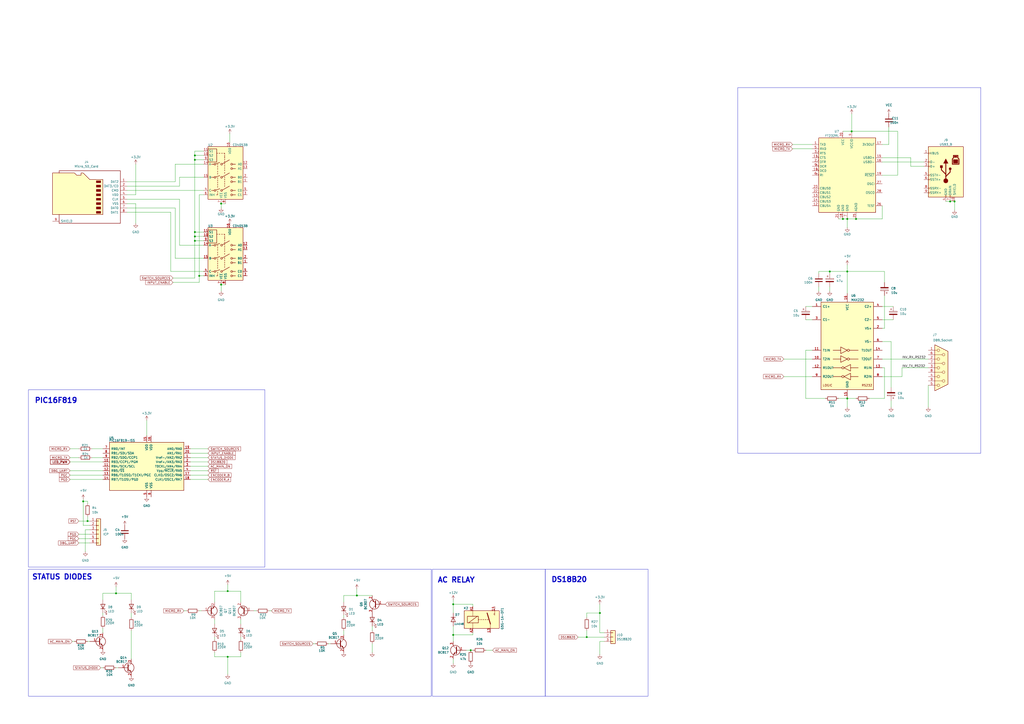
<source format=kicad_sch>
(kicad_sch (version 20231120) (generator "eeschema") (generator_version "8.0")
  (paper "A2")
  (junction (at 128.27 165.1))
  (junction (at 207.01 345.44))
  (junction (at 491.49 231.14))
  (junction (at 113.03 137.16))
  (junction (at 113.03 92.71))
  (junction (at 488.95 127))
  (junction (at 496.57 127))
  (junction (at 491.49 127))
  (junction (at 132.08 381))
  (junction (at 48.26 290.83))
  (junction (at 262.89 350.52))
  (junction (at 115.57 160.02))
  (junction (at 262.89 368.3))
  (junction (at 347.98 355.6))
  (junction (at 340.36 369.57))
  (junction (at 491.49 157.48))
  (junction (at 551.18 116.84))
  (junction (at 113.03 90.17))
  (junction (at 494.03 76.2))
  (junction (at 481.33 157.48))
  (junction (at 113.03 134.62))
  (junction (at 132.08 342.9))
  (junction (at 553.72 116.84))
  (junction (at 128.27 118.11))
  (junction (at 67.31 344.17))
  (junction (at 113.03 139.7))
  (junction (at 50.8 302.26))
  (junction (at 273.05 377.19))
  (wire (pts (xy 52.07 307.34) (xy 49.53 307.34)))
  (wire (pts (xy 106.68 354.33) (xy 107.95 354.33)))
  (wire (pts (xy 139.7 378.46) (xy 139.7 381)))
  (wire (pts (xy 113.03 92.71) (xy 113.03 134.62)))
  (wire (pts (xy 207.01 345.44) (xy 215.9 345.44)))
  (wire (pts (xy 481.33 157.48) (xy 474.98 157.48)))
  (wire (pts (xy 474.98 166.37) (xy 474.98 168.91)))
  (wire (pts (xy 139.7 342.9) (xy 139.7 349.25)))
  (wire (pts (xy 347.98 372.11) (xy 350.52 372.11)))
  (wire (pts (xy 481.33 157.48) (xy 481.33 158.75)))
  (wire (pts (xy 100.33 161.29) (xy 113.03 161.29)))
  (wire (pts (xy 45.72 302.26) (xy 50.8 302.26)))
  (wire (pts (xy 113.03 161.29) (xy 113.03 139.7)))
  (wire (pts (xy 124.46 342.9) (xy 132.08 342.9)))
  (wire (pts (xy 520.7 76.2) (xy 494.03 76.2)))
  (wire (pts (xy 513.08 157.48) (xy 513.08 163.83)))
  (wire (pts (xy 113.03 134.62) (xy 118.11 134.62)))
  (wire (pts (xy 467.36 203.2) (xy 467.36 231.14)))
  (wire (pts (xy 347.98 379.73) (xy 347.98 372.11)))
  (wire (pts (xy 516.89 198.12) (xy 511.81 198.12)))
  (wire (pts (xy 132.08 339.09) (xy 132.08 342.9)))
  (wire (pts (xy 511.81 127) (xy 511.81 119.38)))
  (wire (pts (xy 45.72 309.88) (xy 52.07 309.88)))
  (wire (pts (xy 124.46 381) (xy 124.46 378.46)))
  (wire (pts (xy 511.81 101.6) (xy 520.7 101.6)))
  (wire (pts (xy 262.89 347.98) (xy 262.89 350.52)))
  (wire (pts (xy 73.66 118.11) (xy 78.74 118.11)))
  (wire (pts (xy 511.81 208.28) (xy 538.48 208.28)))
  (wire (pts (xy 199.39 356.87) (xy 199.39 358.14)))
  (wire (pts (xy 58.42 387.35) (xy 59.69 387.35)))
  (wire (pts (xy 467.36 231.14) (xy 478.79 231.14)))
  (wire (pts (xy 48.26 289.56) (xy 48.26 290.83)))
  (wire (pts (xy 101.6 95.25) (xy 118.11 95.25)))
  (wire (pts (xy 347.98 355.6) (xy 347.98 350.52)))
  (wire (pts (xy 48.26 290.83) (xy 50.8 290.83)))
  (wire (pts (xy 262.89 368.3) (xy 262.89 372.11)))
  (wire (pts (xy 73.66 115.57) (xy 104.14 115.57)))
  (wire (pts (xy 139.7 369.57) (xy 139.7 370.84)))
  (wire (pts (xy 76.2 355.6) (xy 76.2 358.14)))
  (wire (pts (xy 491.49 157.48) (xy 491.49 170.18)))
  (wire (pts (xy 535.94 96.52) (xy 528.32 96.52)))
  (wire (pts (xy 474.98 157.48) (xy 474.98 158.75)))
  (wire (pts (xy 115.57 163.83) (xy 115.57 160.02)))
  (wire (pts (xy 340.36 365.76) (xy 340.36 369.57)))
  (wire (pts (xy 120.65 278.13) (xy 110.49 278.13)))
  (wire (pts (xy 124.46 369.57) (xy 124.46 370.84)))
  (wire (pts (xy 350.52 367.03) (xy 347.98 367.03)))
  (wire (pts (xy 467.36 177.8) (xy 471.17 177.8)))
  (wire (pts (xy 132.08 342.9) (xy 139.7 342.9)))
  (wire (pts (xy 513.08 213.36) (xy 513.08 231.14)))
  (wire (pts (xy 101.6 149.86) (xy 118.11 149.86)))
  (wire (pts (xy 110.49 260.35) (xy 120.65 260.35)))
  (wire (pts (xy 128.27 165.1) (xy 128.27 168.91)))
  (wire (pts (xy 347.98 355.6) (xy 340.36 355.6)))
  (wire (pts (xy 132.08 381) (xy 132.08 391.16)))
  (wire (pts (xy 139.7 359.41) (xy 139.7 361.95)))
  (wire (pts (xy 511.81 185.42) (xy 518.16 185.42)))
  (wire (pts (xy 133.35 77.47) (xy 133.35 82.55)))
  (wire (pts (xy 104.14 102.87) (xy 118.11 102.87)))
  (wire (pts (xy 553.72 116.84) (xy 553.72 121.92)))
  (wire (pts (xy 190.5 373.38) (xy 191.77 373.38)))
  (wire (pts (xy 551.18 116.84) (xy 548.64 116.84)))
  (wire (pts (xy 535.94 93.98) (xy 511.81 93.98)))
  (wire (pts (xy 101.6 120.65) (xy 101.6 149.86)))
  (wire (pts (xy 516.89 224.79) (xy 516.89 198.12)))
  (wire (pts (xy 67.31 387.35) (xy 68.58 387.35)))
  (wire (pts (xy 459.74 86.36) (xy 471.17 86.36)))
  (wire (pts (xy 491.49 157.48) (xy 513.08 157.48)))
  (wire (pts (xy 340.36 355.6) (xy 340.36 358.14)))
  (wire (pts (xy 128.27 118.11) (xy 128.27 120.65)))
  (wire (pts (xy 120.65 275.59) (xy 110.49 275.59)))
  (wire (pts (xy 496.57 127) (xy 491.49 127)))
  (wire (pts (xy 139.7 381) (xy 132.08 381)))
  (wire (pts (xy 459.74 83.82) (xy 471.17 83.82)))
  (wire (pts (xy 49.53 307.34) (xy 49.53 320.04)))
  (wire (pts (xy 528.32 96.52) (xy 528.32 91.44)))
  (wire (pts (xy 274.32 368.3) (xy 262.89 368.3)))
  (wire (pts (xy 207.01 341.63) (xy 207.01 345.44)))
  (wire (pts (xy 504.19 231.14) (xy 513.08 231.14)))
  (wire (pts (xy 199.39 345.44) (xy 207.01 345.44)))
  (wire (pts (xy 73.66 110.49) (xy 118.11 110.49)))
  (wire (pts (xy 115.57 354.33) (xy 116.84 354.33)))
  (wire (pts (xy 59.69 355.6) (xy 59.69 356.87)))
  (wire (pts (xy 511.81 213.36) (xy 513.08 213.36)))
  (wire (pts (xy 113.03 139.7) (xy 118.11 139.7)))
  (wire (pts (xy 99.06 123.19) (xy 99.06 157.48)))
  (wire (pts (xy 110.49 265.43) (xy 120.65 265.43)))
  (wire (pts (xy 528.32 91.44) (xy 511.81 91.44)))
  (wire (pts (xy 128.27 118.11) (xy 130.81 118.11)))
  (wire (pts (xy 99.06 157.48) (xy 118.11 157.48)))
  (wire (pts (xy 110.49 267.97) (xy 120.65 267.97)))
  (wire (pts (xy 274.32 377.19) (xy 273.05 377.19)))
  (wire (pts (xy 491.49 231.14) (xy 496.57 231.14)))
  (wire (pts (xy 486.41 231.14) (xy 491.49 231.14)))
  (wire (pts (xy 113.03 134.62) (xy 113.03 137.16)))
  (wire (pts (xy 285.75 377.19) (xy 281.94 377.19)))
  (wire (pts (xy 511.81 177.8) (xy 518.16 177.8)))
  (wire (pts (xy 538.48 213.36) (xy 523.24 213.36)))
  (wire (pts (xy 471.17 203.2) (xy 467.36 203.2)))
  (wire (pts (xy 516.89 236.22) (xy 516.89 232.41)))
  (wire (pts (xy 50.8 372.11) (xy 52.07 372.11)))
  (wire (pts (xy 101.6 105.41) (xy 101.6 95.25)))
  (wire (pts (xy 113.03 137.16) (xy 113.03 139.7)))
  (wire (pts (xy 115.57 113.03) (xy 118.11 113.03)))
  (wire (pts (xy 50.8 299.72) (xy 50.8 302.26)))
  (wire (pts (xy 67.31 344.17) (xy 76.2 344.17)))
  (wire (pts (xy 118.11 87.63) (xy 113.03 87.63)))
  (wire (pts (xy 73.66 107.95) (xy 104.14 107.95)))
  (wire (pts (xy 53.34 260.35) (xy 59.69 260.35)))
  (wire (pts (xy 100.33 163.83) (xy 115.57 163.83)))
  (wire (pts (xy 76.2 344.17) (xy 76.2 347.98)))
  (wire (pts (xy 471.17 208.28) (xy 454.66 208.28)))
  (wire (pts (xy 523.24 213.36) (xy 523.24 218.44)))
  (wire (pts (xy 488.95 127) (xy 486.41 127)))
  (wire (pts (xy 73.66 105.41) (xy 101.6 105.41)))
  (wire (pts (xy 40.64 265.43) (xy 45.72 265.43)))
  (wire (pts (xy 40.64 273.05) (xy 59.69 273.05)))
  (wire (pts (xy 67.31 340.36) (xy 67.31 344.17)))
  (wire (pts (xy 496.57 127) (xy 511.81 127)))
  (wire (pts (xy 347.98 367.03) (xy 347.98 355.6)))
  (wire (pts (xy 491.49 127) (xy 491.49 132.08)))
  (wire (pts (xy 491.49 236.22) (xy 491.49 231.14)))
  (wire (pts (xy 113.03 87.63) (xy 113.03 90.17)))
  (wire (pts (xy 76.2 365.76) (xy 76.2 382.27)))
  (wire (pts (xy 262.89 368.3) (xy 262.89 363.22)))
  (wire (pts (xy 481.33 166.37) (xy 481.33 168.91)))
  (wire (pts (xy 491.49 157.48) (xy 481.33 157.48)))
  (wire (pts (xy 115.57 113.03) (xy 115.57 160.02)))
  (wire (pts (xy 110.49 270.51) (xy 120.65 270.51)))
  (wire (pts (xy 73.66 120.65) (xy 101.6 120.65)))
  (wire (pts (xy 104.14 115.57) (xy 104.14 142.24)))
  (wire (pts (xy 262.89 384.81) (xy 262.89 382.27)))
  (wire (pts (xy 73.66 123.19) (xy 99.06 123.19)))
  (wire (pts (xy 40.64 275.59) (xy 59.69 275.59)))
  (wire (pts (xy 513.08 171.45) (xy 513.08 190.5)))
  (wire (pts (xy 132.08 381) (xy 124.46 381)))
  (wire (pts (xy 120.65 273.05) (xy 110.49 273.05)))
  (wire (pts (xy 147.32 354.33) (xy 148.59 354.33)))
  (wire (pts (xy 124.46 342.9) (xy 124.46 349.25)))
  (wire (pts (xy 199.39 345.44) (xy 199.39 349.25)))
  (wire (pts (xy 340.36 369.57) (xy 350.52 369.57)))
  (wire (pts (xy 273.05 377.19) (xy 270.51 377.19)))
  (wire (pts (xy 50.8 292.1) (xy 50.8 290.83)))
  (wire (pts (xy 199.39 365.76) (xy 199.39 368.3)))
  (wire (pts (xy 53.34 265.43) (xy 59.69 265.43)))
  (wire (pts (xy 113.03 92.71) (xy 118.11 92.71)))
  (wire (pts (xy 40.64 267.97) (xy 59.69 267.97)))
  (wire (pts (xy 50.8 302.26) (xy 52.07 302.26)))
  (wire (pts (xy 85.09 243.84) (xy 85.09 252.73)))
  (wire (pts (xy 491.49 127) (xy 488.95 127)))
  (wire (pts (xy 274.32 367.03) (xy 274.32 368.3)))
  (wire (pts (xy 45.72 312.42) (xy 52.07 312.42)))
  (wire (pts (xy 553.72 116.84) (xy 551.18 116.84)))
  (wire (pts (xy 104.14 107.95) (xy 104.14 102.87)))
  (wire (pts (xy 511.81 83.82) (xy 515.62 83.82)))
  (wire (pts (xy 262.89 350.52) (xy 274.32 350.52)))
  (wire (pts (xy 73.66 113.03) (xy 78.74 113.03)))
  (wire (pts (xy 454.66 218.44) (xy 471.17 218.44)))
  (wire (pts (xy 78.74 118.11) (xy 78.74 129.54)))
  (wire (pts (xy 215.9 363.22) (xy 215.9 365.76)))
  (wire (pts (xy 115.57 160.02) (xy 118.11 160.02)))
  (wire (pts (xy 104.14 142.24) (xy 118.11 142.24)))
  (wire (pts (xy 78.74 113.03) (xy 78.74 95.25)))
  (wire (pts (xy 113.03 90.17) (xy 118.11 90.17)))
  (wire (pts (xy 523.24 218.44) (xy 511.81 218.44)))
  (wire (pts (xy 513.08 190.5) (xy 511.81 190.5)))
  (wire (pts (xy 215.9 373.38) (xy 215.9 378.46)))
  (wire (pts (xy 40.64 278.13) (xy 59.69 278.13)))
  (wire (pts (xy 52.07 304.8) (xy 48.26 304.8)))
  (wire (pts (xy 45.72 314.96) (xy 52.07 314.96)))
  (wire (pts (xy 59.69 344.17) (xy 59.69 347.98)))
  (wire (pts (xy 494.03 76.2) (xy 488.95 76.2)))
  (wire (pts (xy 59.69 364.49) (xy 59.69 367.03)))
  (wire (pts (xy 41.91 372.11) (xy 43.18 372.11)))
  (wire (pts (xy 467.36 185.42) (xy 471.17 185.42)))
  (wire (pts (xy 262.89 355.6) (xy 262.89 350.52)))
  (wire (pts (xy 113.03 137.16) (xy 118.11 137.16)))
  (wire (pts (xy 128.27 165.1) (xy 130.81 165.1)))
  (wire (pts (xy 124.46 361.95) (xy 124.46 359.41)))
  (wire (pts (xy 491.49 153.67) (xy 491.49 157.48)))
  (wire (pts (xy 515.62 83.82) (xy 515.62 73.66)))
  (wire (pts (xy 113.03 90.17) (xy 113.03 92.71)))
  (wire (pts (xy 538.48 236.22) (xy 538.48 223.52)))
  (wire (pts (xy 59.69 344.17) (xy 67.31 344.17)))
  (wire (pts (xy 48.26 290.83) (xy 48.26 304.8)))
  (wire (pts (xy 494.03 66.04) (xy 494.03 76.2)))
  (wire (pts (xy 120.65 262.89) (xy 110.49 262.89)))
  (wire (pts (xy 520.7 101.6) (xy 520.7 76.2)))
  (wire (pts (xy 274.32 350.52) (xy 274.32 351.79)))
  (wire (pts (xy 335.28 369.57) (xy 340.36 369.57)))
  (wire (pts (xy 40.64 260.35) (xy 45.72 260.35)))
  (wire (pts (xy 157.48 354.33) (xy 156.21 354.33)))
  (wire (pts (xy 181.61 373.38) (xy 182.88 373.38)))
  (rectangle (start 316.23 330.2) (end 375.92 403.86))
  (rectangle (start 16.51 226.06) (end 153.67 328.93))
  (rectangle (start 16.51 330.2) (end 250.19 403.86))
  (rectangle (start 427.99 50.8) (end 568.96 262.89))
  (rectangle (start 250.825 330.2) (end 316.23 403.86))
  (text "PIC16F819" (at 32.512 232.41 0) (effects (font (size 3 3) (thickness 0.6) (bold yes))))
  (text "DS18B20" (at 330.2 336.296 0) (effects (font (size 3 3) (thickness 0.6) (bold yes))))
  (text "STATUS DIODES" (at 36.068 334.772 0) (effects (font (size 3 3) (thickness 0.6) (bold yes))))
  (text "AC RELAY" (at 264.668 336.55 0) (effects (font (size 3 3) (thickness 0.6) (bold yes))))
  (label "INV_TX_RS232" (at 523.24 213.36 0))
  (label "INV_RX_RS232" (at 523.24 208.28 0))
  (global_label "INPUT_ENABLE" (shape input) (at 120.65 262.89 0) (property "Intersheetrefs" "${INTERSHEET_REFS}" (effects (hide yes))))
  (global_label "AC_MAIN_ON" (shape input) (at 285.75 377.19 0) (property "Intersheetrefs" "${INTERSHEET_REFS}" (effects (hide yes))))
  (global_label "INPUT_ENABLE" (shape input) (at 100.33 163.83 180) (property "Intersheetrefs" "${INTERSHEET_REFS}" (effects (hide yes))))
  (global_label "DS18B20" (shape input) (at 335.28 369.57 180) (property "Intersheetrefs" "${INTERSHEET_REFS}" (effects (hide yes))))
  (global_label "PGC" (shape input) (at 45.72 312.42 180) (property "Intersheetrefs" "${INTERSHEET_REFS}" (effects (hide yes))))
  (global_label "LED_PWM" (shape input) (at 40.64 267.97 180) (effects (font (bold yes))) (property "Intersheetrefs" "${INTERSHEET_REFS}" (effects (hide yes))))
  (global_label "RST" (shape input) (at 45.72 302.26 180) (property "Intersheetrefs" "${INTERSHEET_REFS}" (effects (hide yes))))
  (global_label "DBG_UART" (shape input) (at 40.64 273.05 180) (property "Intersheetrefs" "${INTERSHEET_REFS}" (effects (hide yes))))
  (global_label "PGD" (shape input) (at 45.72 309.88 180) (property "Intersheetrefs" "${INTERSHEET_REFS}" (effects (hide yes))))
  (global_label "MICRO_RX" (shape input) (at 40.64 260.35 180) (property "Intersheetrefs" "${INTERSHEET_REFS}" (effects (hide yes))))
  (global_label "STATUS_DIODE" (shape input) (at 58.42 387.35 180) (property "Intersheetrefs" "${INTERSHEET_REFS}" (effects (hide yes))))
  (global_label "AC_MAIN_ON" (shape input) (at 41.91 372.11 180) (property "Intersheetrefs" "${INTERSHEET_REFS}" (effects (hide yes))))
  (global_label "ENCODER_A" (shape input) (at 120.65 278.13 0) (property "Intersheetrefs" "${INTERSHEET_REFS}" (effects (hide yes))))
  (global_label "ENCODER_B" (shape input) (at 120.65 275.59 0) (property "Intersheetrefs" "${INTERSHEET_REFS}" (effects (hide yes))))
  (global_label "MICRO_TX" (shape input) (at 454.66 208.28 180) (property "Intersheetrefs" "${INTERSHEET_REFS}" (effects (hide yes))))
  (global_label "DS18B20" (shape input) (at 120.65 267.97 0) (property "Intersheetrefs" "${INTERSHEET_REFS}" (effects (hide yes))))
  (global_label "SWITCH_SOURCES" (shape input) (at 120.65 260.35 0) (property "Intersheetrefs" "${INTERSHEET_REFS}" (effects (hide yes))))
  (global_label "SWITCH_SOURCES" (shape input) (at 181.61 373.38 180) (property "Intersheetrefs" "${INTERSHEET_REFS}" (effects (hide yes))))
  (global_label "SWITCH_SOURCES" (shape input) (at 100.33 161.29 180) (property "Intersheetrefs" "${INTERSHEET_REFS}" (effects (hide yes))))
  (global_label "MICRO_RX" (shape input) (at 459.74 83.82 180) (property "Intersheetrefs" "${INTERSHEET_REFS}" (effects (hide yes))))
  (global_label "STATUS_DIODE" (shape input) (at 120.65 265.43 0) (property "Intersheetrefs" "${INTERSHEET_REFS}" (effects (hide yes))))
  (global_label "PGC" (shape input) (at 40.64 275.59 180) (property "Intersheetrefs" "${INTERSHEET_REFS}" (effects (hide yes))))
  (global_label "MICRO_TX" (shape input) (at 40.64 265.43 180) (property "Intersheetrefs" "${INTERSHEET_REFS}" (effects (hide yes))))
  (global_label "MICRO_RX" (shape input) (at 106.68 354.33 180) (property "Intersheetrefs" "${INTERSHEET_REFS}" (effects (hide yes))))
  (global_label "MICRO_RX" (shape input) (at 454.66 218.44 180) (property "Intersheetrefs" "${INTERSHEET_REFS}" (effects (hide yes))))
  (global_label "MICRO_TX" (shape input) (at 459.74 86.36 180) (property "Intersheetrefs" "${INTERSHEET_REFS}" (effects (hide yes))))
  (global_label "MICRO_TX" (shape input) (at 157.48 354.33 0) (property "Intersheetrefs" "${INTERSHEET_REFS}" (effects (hide yes))))
  (global_label "SWITCH_SOURCES" (shape input) (at 223.52 350.52 0) (property "Intersheetrefs" "${INTERSHEET_REFS}" (effects (hide yes))))
  (global_label "PGD" (shape input) (at 40.64 278.13 180) (property "Intersheetrefs" "${INTERSHEET_REFS}" (effects (hide yes))))
  (global_label "DBG_UART" (shape input) (at 45.72 314.96 180) (property "Intersheetrefs" "${INTERSHEET_REFS}" (effects (hide yes))))
  (global_label "AC_MAIN_ON" (shape input) (at 120.65 270.51 0) (property "Intersheetrefs" "${INTERSHEET_REFS}" (effects (hide yes))))
  (global_label "RST" (shape input) (at 120.65 273.05 0) (property "Intersheetrefs" "${INTERSHEET_REFS}" (effects (hide yes))))
  (symbol (lib_id "power:GND") (at 199.39 378.46 0) (unit 1)
    (property "Reference" "#PWR034" (effects (hide yes)))
    (property "Value" "GND" (effects (hide yes)))
    (property "Description" "Power symbol creates a global label with name \"GND\" , ground" (effects (hide yes)))
  )
  (symbol (lib_id "power:+5V") (at 207.01 341.63 0) (unit 1)
    (property "Reference" "#PWR035" (effects (hide yes)))
    (property "Value" "+5V" (at 207.01 336.55 0))
    (property "Description" "Power symbol creates a global label with name \"+5V\"" (effects (hide yes)))
  )
  (symbol (lib_id "Device:C_Polarized") (at 481.33 162.56 0) (unit 1)
    (property "Reference" "C7" (at 485.14 160.4009 0) (effects (justify left)))
    (property "Value" "47u" (at 485.14 162.9409 0) (effects (justify left)))
    (property "Footprint" "Capacitor_THT:CP_Radial_D5.0mm_P2.00mm" (effects (hide yes)))
    (property "Description" "Polarized capacitor" (effects (hide yes)))
  )
  (symbol (lib_id "Device:C_Polarized") (at 516.89 228.6 180) (unit 1)
    (property "Reference" "C9" (at 520.7 228.2189 0) (effects (justify right)))
    (property "Value" "10u" (at 520.7 230.7589 0) (effects (justify right)))
    (property "Footprint" "Capacitor_THT:CP_Radial_D5.0mm_P2.00mm" (effects (hide yes)))
    (property "Description" "Polarized capacitor" (effects (hide yes)))
  )
  (symbol (lib_id "Device:C") (at 474.98 162.56 180) (unit 1)
    (property "Reference" "C6" (at 471.424 161.544 0) (effects (justify left)))
    (property "Value" "100n" (at 471.424 163.83 0) (effects (justify left)))
    (property "Footprint" "Capacitor_SMD:C_0805_2012Metric" (effects (hide yes)))
    (property "Description" "Unpolarized capacitor" (effects (hide yes)))
  )
  (symbol (lib_id "power:GND") (at 516.89 236.22 0) (unit 1)
    (property "Reference" "#PWR043" (effects (hide yes)))
    (property "Value" "GND" (at 516.89 241.3 0))
    (property "Description" "Power symbol creates a global label with name \"GND\" , ground" (effects (hide yes)))
  )
  (symbol (lib_id "Device:R") (at 76.2 361.95 180) (unit 1)
    (property "Reference" "R31" (at 77.724 360.934 0) (effects (justify right)))
    (property "Value" "220R" (at 77.724 362.712 0) (effects (justify right)))
    (property "Footprint" "Resistor_SMD:R_0805_2012Metric_Pad1.20x1.40mm_HandSolder" (effects (hide yes)))
    (property "Description" "Resistor" (effects (hide yes)))
  )
  (symbol (lib_id "Device:R") (at 215.9 369.57 180) (unit 1)
    (property "Reference" "R8" (at 217.424 368.554 0) (effects (justify right)))
    (property "Value" "220R" (at 217.424 370.332 0) (effects (justify right)))
    (property "Footprint" "Resistor_SMD:R_0805_2012Metric_Pad1.20x1.40mm_HandSolder" (effects (hide yes)))
    (property "Description" "Resistor" (effects (hide yes)))
  )
  (symbol (lib_id "Device:R") (at 46.99 372.11 270) (unit 1)
    (property "Reference" "R28" (at 48.768 374.396 90) (effects (justify right)))
    (property "Value" "10K" (at 49.022 376.174 90) (effects (justify right)))
    (property "Footprint" "Resistor_SMD:R_0805_2012Metric_Pad1.20x1.40mm_HandSolder" (effects (hide yes)))
    (property "Description" "Resistor" (effects (hide yes)))
  )
  (symbol (lib_id "power:+5V") (at 491.49 153.67 0) (unit 1)
    (property "Reference" "#PWR041" (effects (hide yes)))
    (property "Value" "+5V" (at 491.49 148.59 0))
    (property "Description" "Power symbol creates a global label with name \"+5V\"" (effects (hide yes)))
  )
  (symbol (lib_id "Transistor_BJT:BC817") (at 196.85 373.38 0) (unit 1)
    (property "Reference" "Q5" (at 192.786 367.538 0) (effects (justify left)))
    (property "Value" "BC817" (at 190.5 369.824 0) (effects (justify left)))
    (property "Footprint" "Package_TO_SOT_SMD:SOT-23" (effects (hide yes)))
    (property "Datasheet" "http://www.fairchildsemi.com/ds/BC/BC817.pdf" (effects (hide yes)))
  )
  (symbol (lib_id "power:+3.3V") (at 85.09 243.84 0) (unit 1)
    (property "Reference" "#PWR06" (effects (hide yes)))
    (property "Value" "+3.3V" (at 85.09 239.7069 0))
    (property "Description" "Power symbol creates a global label with name \"+3.3V\"" (effects (hide yes)))
  )
  (symbol (lib_id "power:+3.3V") (at 133.35 129.54 0) (unit 1)
    (property "Reference" "#PWR029" (effects (hide yes)))
    (property "Value" "+3.3V" (at 133.35 125.4069 0))
    (property "Description" "Power symbol creates a global label with name \"+3.3V\"" (effects (hide yes)))
  )
  (symbol (lib_id "Device:R") (at 139.7 374.65 180) (unit 1)
    (property "Reference" "R22" (at 141.224 373.634 0) (effects (justify right)))
    (property "Value" "220R" (at 141.224 375.412 0) (effects (justify right)))
    (property "Footprint" "Resistor_SMD:R_0805_2012Metric_Pad1.20x1.40mm_HandSolder" (effects (hide yes)))
    (property "Description" "Resistor" (effects (hide yes)))
  )
  (symbol (lib_id "Device:R") (at 63.5 387.35 270) (unit 1)
    (property "Reference" "R30" (at 65.278 389.382 90) (effects (justify right)))
    (property "Value" "10K" (at 65.532 391.414 90) (effects (justify right)))
    (property "Footprint" "Resistor_SMD:R_0805_2012Metric_Pad1.20x1.40mm_HandSolder" (effects (hide yes)))
    (property "Description" "Resistor" (effects (hide yes)))
  )
  (symbol (lib_id "power:GND") (at 132.08 391.16 0) (unit 1)
    (property "Reference" "#PWR037" (effects (hide yes)))
    (property "Value" "GND" (at 132.08 396.24 0))
    (property "Description" "Power symbol creates a global label with name \"GND\" , ground" (effects (hide yes)))
  )
  (symbol (lib_id "power:+3.3V") (at 78.74 95.25 0) (unit 1)
    (property "Reference" "#PWR07" (effects (hide yes)))
    (property "Value" "+3.3V" (at 78.74 91.1169 0))
    (property "Description" "Power symbol creates a global label with name \"+3.3V\"" (effects (hide yes)))
  )
  (symbol (lib_id "power:+3.3V") (at 133.35 77.47 0) (unit 1)
    (property "Reference" "#PWR03" (effects (hide yes)))
    (property "Value" "+3.3V" (at 133.35 73.3369 0))
    (property "Description" "Power symbol creates a global label with name \"+3.3V\"" (effects (hide yes)))
  )
  (symbol (lib_id "Device:R") (at 482.6 231.14 90) (unit 1)
    (property "Reference" "R11" (at 482.6 233.426 90))
    (property "Value" "1k" (at 482.6 235.458 90))
    (property "Footprint" "Resistor_SMD:R_0805_2012Metric_Pad1.20x1.40mm_HandSolder" (effects (hide yes)))
    (property "Description" "Resistor" (effects (hide yes)))
  )
  (symbol (lib_id "Device:R") (at 49.53 260.35 90) (unit 1)
    (property "Reference" "R21" (at 49.276 258.318 90))
    (property "Value" "1k" (at 49.53 260.35 90))
    (property "Footprint" "Resistor_SMD:R_0805_2012Metric_Pad1.20x1.40mm_HandSolder" (effects (hide yes)))
    (property "Description" "Resistor" (effects (hide yes)))
  )
  (symbol (lib_id "power:GND") (at 553.72 121.92 0) (unit 1)
    (property "Reference" "#PWR047" (effects (hide yes)))
    (property "Value" "GND" (at 553.72 125.73 0))
    (property "Description" "Power symbol creates a global label with name \"GND\" , ground" (effects (hide yes)))
  )
  (symbol (lib_id "Device:R") (at 340.36 361.95 0) (unit 1)
    (property "Reference" "R27" (at 342.9 360.6799 0) (effects (justify left)))
    (property "Value" "10k" (at 342.9 363.2199 0) (effects (justify left)))
    (property "Footprint" "Resistor_SMD:R_0805_2012Metric_Pad1.20x1.40mm_HandSolder" (effects (hide yes)))
    (property "Description" "Resistor" (effects (hide yes)))
  )
  (symbol (lib_id "power:GND") (at 78.74 129.54 0) (mirror y) (unit 1)
    (property "Reference" "#PWR02" (effects (hide yes)))
    (property "Value" "GND" (at 78.74 134.62 0))
    (property "Description" "Power symbol creates a global label with name \"GND\" , ground" (effects (hide yes)))
  )
  (symbol (lib_id "power:GND") (at 491.49 236.22 0) (unit 1)
    (property "Reference" "#PWR042" (effects (hide yes)))
    (property "Value" "GND" (at 491.49 241.3 0))
    (property "Description" "Power symbol creates a global label with name \"GND\" , ground" (effects (hide yes)))
  )
  (symbol (lib_id "power:GND") (at 59.69 377.19 0) (unit 1)
    (property "Reference" "#PWR053" (effects (hide yes)))
    (property "Value" "GND" (at 59.69 382.27 0))
    (property "Description" "Power symbol creates a global label with name \"GND\" , ground" (effects (hide yes)))
  )
  (symbol (lib_id "Device:R") (at 50.8 295.91 0) (unit 1)
    (property "Reference" "R4" (at 53.34 294.6399 0) (effects (justify left)))
    (property "Value" "10k" (at 53.34 297.1799 0) (effects (justify left)))
    (property "Footprint" "Resistor_SMD:R_0805_2012Metric_Pad1.20x1.40mm_HandSolder" (effects (hide yes)))
    (property "Description" "Resistor" (effects (hide yes)))
  )
  (symbol (lib_id "power:GND") (at 474.98 168.91 0) (unit 1)
    (property "Reference" "#PWR039" (effects (hide yes)))
    (property "Value" "GND" (at 474.98 173.99 0))
    (property "Description" "Power symbol creates a global label with name \"GND\" , ground" (effects (hide yes)))
  )
  (symbol (lib_id "Device:LED") (at 139.7 365.76 90) (unit 1)
    (property "Reference" "D6" (at 142.621 366.1353 90) (effects (justify right)))
    (property "Value" "LED" (at 142.621 368.5596 90) (effects (justify right)))
    (property "Footprint" "LED_SMD:LED_PLCC-2_3.4x3.0mm_KA" (effects (hide yes)))
    (property "Description" "Light emitting diode" (effects (hide yes)))
  )
  (symbol (lib_id "Device:C_Polarized") (at 467.36 181.61 0) (unit 1)
    (property "Reference" "C5" (at 460.248 180.34 0) (effects (justify left)))
    (property "Value" "10u" (at 459.994 182.88 0) (effects (justify left)))
    (property "Footprint" "Capacitor_THT:CP_Radial_D5.0mm_P2.00mm" (effects (hide yes)))
    (property "Description" "Polarized capacitor" (effects (hide yes)))
  )
  (symbol (lib_id "Transistor_BJT:BC817") (at 57.15 372.11 0) (unit 1)
    (property "Reference" "Q13" (at 53.086 366.268 0) (effects (justify left)))
    (property "Value" "BC817" (at 50.8 368.554 0) (effects (justify left)))
    (property "Footprint" "Package_TO_SOT_SMD:SOT-23" (effects (hide yes)))
    (property "Datasheet" "http://www.fairchildsemi.com/ds/BC/BC817.pdf" (effects (hide yes)))
  )
  (symbol (lib_id "Device:R") (at 273.05 381 0) (mirror x) (unit 1)
    (property "Reference" "R25" (at 270.51 379.7299 0) (effects (justify right)))
    (property "Value" "47k" (at 270.51 382.2699 0) (effects (justify right)))
    (property "Footprint" "Resistor_SMD:R_0805_2012Metric_Pad1.20x1.40mm_HandSolder" (effects (hide yes)))
    (property "Description" "Resistor" (effects (hide yes)))
  )
  (symbol (lib_id "Interface_USB:FT232RL") (at 491.49 101.6 0) (mirror y) (unit 1)
    (property "Reference" "U7" (at 486.7559 76.2 0) (effects (justify left)))
    (property "Value" "FT232RL" (at 486.7559 78.74 0) (effects (justify left)))
    (property "Footprint" "Package_SO:SSOP-28_5.3x10.2mm_P0.65mm" (effects (hide yes)))
    (property "Datasheet" "https://www.ftdichip.com/Support/Documents/DataSheets/ICs/DS_FT232R.pdf" (effects (hide yes)))
    (property "Description" "USB to Serial Interface, SSOP-28" (effects (hide yes)))
  )
  (symbol (lib_id "Device:LED") (at 59.69 351.79 90) (unit 1)
    (property "Reference" "D8" (at 62.611 352.1653 90) (effects (justify right)))
    (property "Value" "LED" (at 62.611 354.5896 90) (effects (justify right)))
    (property "Footprint" "LED_SMD:LED_PLCC-2_3.4x3.0mm_KA" (effects (hide yes)))
    (property "Description" "Light emitting diode" (effects (hide yes)))
  )
  (symbol (lib_id "power:+5V") (at 48.26 289.56 0) (unit 1)
    (property "Reference" "#PWR030" (effects (hide yes)))
    (property "Value" "+5V" (at 48.26 284.48 0))
    (property "Description" "Power symbol creates a global label with name \"+5V\"" (effects (hide yes)))
  )
  (symbol (lib_id "Transistor_BJT:BC817") (at 265.43 377.19 0) (mirror y) (unit 1)
    (property "Reference" "Q12" (at 260.35 375.9199 0) (effects (justify left)))
    (property "Value" "BC817" (at 260.35 378.4599 0) (effects (justify left)))
    (property "Footprint" "Package_TO_SOT_SMD:SOT-23" (effects (hide yes)))
    (property "Datasheet" "https://www.onsemi.com/pub/Collateral/BC818-D.pdf" (effects (hide yes)))
    (property "Description" "0.8A Ic, 45V Vce, NPN Transistor, SOT-23" (effects (hide yes)))
  )
  (symbol (lib_id "Diode:LL4148") (at 262.89 359.41 270) (unit 1)
    (property "Reference" "D7" (at 263.906 356.616 90) (effects (justify left)))
    (property "Value" "LL4148" (at 263.398 361.95 90) (effects (font (size 1.016 1.016)) (justify left)))
    (property "Footprint" "Diode_SMD:D_MiniMELF" (effects (hide yes)))
    (property "Datasheet" "http://www.vishay.com/docs/85557/ll4148.pdf" (effects (hide yes)))
    (property "Description" "100V 0.15A standard switching diode, MiniMELF" (effects (hide yes)))
    (property "Sim.Device" "D" (effects (hide yes)))
    (property "Sim.Pins" "1=K 2=A" (effects (hide yes)))
  )
  (symbol (lib_id "Device:R") (at 49.53 265.43 90) (unit 1)
    (property "Reference" "R24" (at 49.53 263.398 90))
    (property "Value" "1k" (at 49.784 265.43 90))
    (property "Footprint" "Resistor_SMD:R_0805_2012Metric_Pad1.20x1.40mm_HandSolder" (effects (hide yes)))
    (property "Description" "Resistor" (effects (hide yes)))
  )
  (symbol (lib_id "Relay:Relay_SPST-NO") (at 279.4 359.41 0) (unit 1)
    (property "Reference" "K2" (at 268.986 352.806 0) (effects (justify left)))
    (property "Value" "G5G-1A-DT1" (at 291.338 365.252 90) (effects (justify left)))
    (property "Footprint" "My-Footprints:G5G-1A-DT1" (effects (hide yes)))
    (property "Description" "Relay SPST, Normally Open, EN50005" (effects (hide yes)))
  )
  (symbol (lib_id "power:GND") (at 85.09 288.29 0) (mirror y) (unit 1)
    (property "Reference" "#PWR028" (effects (hide yes)))
    (property "Value" "GND" (at 85.09 293.37 0))
    (property "Description" "Power symbol creates a global label with name \"GND\" , ground" (effects (hide yes)))
  )
  (symbol (lib_id "Interface_UART:MAX232") (at 491.49 200.66 0) (unit 1)
    (property "Reference" "U6" (at 493.6841 171.45 0) (effects (justify left)))
    (property "Value" "MAX232" (at 493.6841 173.99 0) (effects (justify left)))
    (property "Footprint" "Package_SO:SOIC-16W_5.3x10.2mm_P1.27mm" (effects (hide yes)))
    (property "Datasheet" "http://www.ti.com/lit/ds/symlink/max232.pdf" (effects (hide yes)))
    (property "Description" "Dual RS232 driver/receiver, 5V supply, 120kb/s, 0C-70C" (effects (hide yes)))
  )
  (symbol (lib_id "Transistor_BJT:BC807") (at 142.24 354.33 180) (unit 1)
    (property "Reference" "Q11" (at 133.35 354.33 90))
    (property "Value" "BC807" (at 135.89 354.33 90))
    (property "Footprint" "Package_TO_SOT_SMD:SOT-23" (effects (hide yes)))
    (property "Datasheet" "https://www.onsemi.com/pub/Collateral/BC808-D.pdf" (effects (hide yes)))
    (property "Description" "0.8A Ic, 45V Vce, PNP Transistor, SOT-23" (effects (hide yes)))
  )
  (symbol (lib_id "Device:R") (at 186.69 373.38 270) (unit 1)
    (property "Reference" "R5" (at 188.468 375.666 90) (effects (justify right)))
    (property "Value" "10K" (at 188.722 377.444 90) (effects (justify right)))
    (property "Footprint" "Resistor_SMD:R_0805_2012Metric_Pad1.20x1.40mm_HandSolder" (effects (hide yes)))
    (property "Description" "Resistor" (effects (hide yes)))
  )
  (symbol (lib_id "power:GND") (at 49.53 320.04 0) (unit 1)
    (property "Reference" "#PWR031" (effects (hide yes)))
    (property "Value" "GND" (at 49.53 325.12 0))
    (property "Description" "Power symbol creates a global label with name \"GND\" , ground" (effects (hide yes)))
  )
  (symbol (lib_id "Device:R") (at 124.46 374.65 180) (unit 1)
    (property "Reference" "R10" (at 125.984 373.634 0) (effects (justify right)))
    (property "Value" "220R" (at 125.984 375.412 0) (effects (justify right)))
    (property "Footprint" "Resistor_SMD:R_0805_2012Metric_Pad1.20x1.40mm_HandSolder" (effects (hide yes)))
    (property "Description" "Resistor" (effects (hide yes)))
  )
  (symbol (lib_id "Connector:Micro_SD_Card") (at 50.8 113.03 0) (mirror y) (unit 1)
    (property "Reference" "J4" (at 50.165 93.98 0))
    (property "Value" "Micro_SD_Card" (at 50.165 96.52 0))
    (property "Datasheet" "http://katalog.we-online.de/em/datasheet/693072010801.pdf" (effects (hide yes)))
    (property "Description" "Micro SD Card Socket" (effects (hide yes)))
  )
  (symbol (lib_id "Device:R") (at 199.39 361.95 180) (unit 1)
    (property "Reference" "R6" (at 200.914 360.934 0) (effects (justify right)))
    (property "Value" "220R" (at 200.914 362.712 0) (effects (justify right)))
    (property "Footprint" "Resistor_SMD:R_0805_2012Metric_Pad1.20x1.40mm_HandSolder" (effects (hide yes)))
    (property "Description" "Resistor" (effects (hide yes)))
  )
  (symbol (lib_id "power:+5V") (at 72.39 304.8 0) (unit 1)
    (property "Reference" "#PWR032" (effects (hide yes)))
    (property "Value" "+5V" (at 72.39 299.72 0))
    (property "Description" "Power symbol creates a global label with name \"+5V\"" (effects (hide yes)))
  )
  (symbol (lib_id "Transistor_BJT:BC817") (at 73.66 387.35 0) (unit 1)
    (property "Reference" "Q14" (at 69.596 381.508 0) (effects (justify left)))
    (property "Value" "BC817" (at 67.31 383.794 0) (effects (justify left)))
    (property "Footprint" "Package_TO_SOT_SMD:SOT-23" (effects (hide yes)))
    (property "Datasheet" "http://www.fairchildsemi.com/ds/BC/BC817.pdf" (effects (hide yes)))
  )
  (symbol (lib_id "power:+5V") (at 132.08 339.09 0) (unit 1)
    (property "Reference" "#PWR038" (effects (hide yes)))
    (property "Value" "+5V" (at 132.08 334.01 0))
    (property "Description" "Power symbol creates a global label with name \"+5V\"" (effects (hide yes)))
  )
  (symbol (lib_id "Connector:DE9_Receptacle") (at 546.1 213.36 0) (unit 1)
    (property "Reference" "J7" (at 541.02 194.31 0) (effects (justify left)))
    (property "Value" "DB9_Socket" (at 541.274 197.358 0) (effects (justify left)))
    (property "Footprint" "My-Footprints-connectors:DSUB-9_Female_Horizontal_P2.77x2.84mm_EdgePinOffset7.70mm_Housed_MountingHolesOffset9.12mm" (effects (hide yes)))
    (property "Datasheet" " ~" (effects (hide yes)))
    (property "Description" "9-pin female receptacle socket D-SUB connector" (effects (hide yes)))
  )
  (symbol (lib_id "Connector_Generic:Conn_01x06") (at 57.15 307.34 0) (unit 1)
    (property "Reference" "J5" (at 59.69 307.3399 0) (effects (justify left)))
    (property "Value" "ICP" (at 59.69 309.8799 0) (effects (justify left)))
    (property "Footprint" "Connector_PinHeader_2.54mm:PinHeader_1x06_P2.54mm_Vertical" (effects (hide yes)))
    (property "Description" "Generic connector, single row, 01x06, script generated (kicad-library-utils/schlib/autogen/connector/)" (effects (hide yes)))
  )
  (symbol (lib_id "power:+12V") (at 262.89 347.98 0) (unit 1)
    (property "Reference" "#PWR056" (effects (hide yes)))
    (property "Value" "+12V" (at 262.89 343.8469 0))
    (property "Description" "Power symbol creates a global label with name \"+12V\"" (effects (hide yes)))
  )
  (symbol (lib_id "power:GND") (at 481.33 168.91 0) (unit 1)
    (property "Reference" "#PWR040" (effects (hide yes)))
    (property "Value" "GND" (at 481.33 173.99 0))
    (property "Description" "Power symbol creates a global label with name \"GND\" , ground" (effects (hide yes)))
  )
  (symbol (lib_id "power:+5V") (at 67.31 340.36 0) (unit 1)
    (property "Reference" "#PWR054" (effects (hide yes)))
    (property "Value" "+5V" (at 67.31 335.28 0))
    (property "Description" "Power symbol creates a global label with name \"+5V\"" (effects (hide yes)))
  )
  (symbol (lib_id "power:VCC") (at 515.62 66.04 0) (unit 1)
    (property "Reference" "#PWR048" (effects (hide yes)))
    (property "Value" "VCC" (at 515.62 60.96 0))
    (property "Description" "Power symbol creates a global label with name \"VCC\"" (effects (hide yes)))
  )
  (symbol (lib_id "Analog_Switch:CD4053B") (at 130.81 147.32 0) (unit 1)
    (property "Reference" "U3" (at 120.65 131.064 0) (effects (justify left)))
    (property "Value" "CD4053B" (at 134.874 131.064 0) (effects (justify left)))
    (property "Datasheet" "http://www.ti.com/lit/ds/symlink/cd4052b.pdf" (effects (hide yes)))
    (property "Description" "CMOS triple 2-channel analog multiplexer/demultiplexer, TSSOP-16/DIP-16/SOIC-16" (effects (hide yes)))
  )
  (symbol (lib_id "power:GND") (at 273.05 384.81 0) (mirror y) (unit 1)
    (property "Reference" "#PWR051" (effects (hide yes)))
    (property "Value" "GND" (at 273.05 389.89 0))
    (property "Description" "Power symbol creates a global label with name \"GND\" , ground" (effects (hide yes)))
  )
  (symbol (lib_id "Device:LED") (at 76.2 351.79 90) (unit 1)
    (property "Reference" "D9" (at 79.121 352.1653 90) (effects (justify right)))
    (property "Value" "LED" (at 79.121 354.5896 90) (effects (justify right)))
    (property "Footprint" "LED_SMD:LED_PLCC-2_3.4x3.0mm_KA" (effects (hide yes)))
    (property "Description" "Light emitting diode" (effects (hide yes)))
  )
  (symbol (lib_id "Transistor_BJT:BC807") (at 218.44 350.52 180) (unit 1)
    (property "Reference" "Q6" (at 209.55 350.52 90))
    (property "Value" "BC807" (at 212.09 350.52 90))
    (property "Footprint" "Package_TO_SOT_SMD:SOT-23" (effects (hide yes)))
    (property "Datasheet" "https://www.onsemi.com/pub/Collateral/BC808-D.pdf" (effects (hide yes)))
    (property "Description" "0.8A Ic, 45V Vce, PNP Transistor, SOT-23" (effects (hide yes)))
  )
  (symbol (lib_id "power:GND") (at 72.39 312.42 0) (unit 1)
    (property "Reference" "#PWR033" (effects (hide yes)))
    (property "Value" "GND" (at 72.39 317.5 0))
    (property "Description" "Power symbol creates a global label with name \"GND\" , ground" (effects (hide yes)))
  )
  (symbol (lib_id "Analog_Switch:CD4053B") (at 130.81 100.33 0) (unit 1)
    (property "Reference" "U2" (at 120.65 84.074 0) (effects (justify left)))
    (property "Value" "CD4053B" (at 134.874 84.074 0) (effects (justify left)))
    (property "Datasheet" "http://www.ti.com/lit/ds/symlink/cd4052b.pdf" (effects (hide yes)))
    (property "Description" "CMOS triple 2-channel analog multiplexer/demultiplexer, TSSOP-16/DIP-16/SOIC-16" (effects (hide yes)))
  )
  (symbol (lib_id "power:GND") (at 538.48 236.22 0) (unit 1)
    (property "Reference" "#PWR044" (effects (hide yes)))
    (property "Value" "GND" (at 538.48 241.3 0))
    (property "Description" "Power symbol creates a global label with name \"GND\" , ground" (effects (hide yes)))
  )
  (symbol (lib_id "Device:R") (at 111.76 354.33 270) (unit 1)
    (property "Reference" "R9" (at 113.538 356.616 90) (effects (justify right)))
    (property "Value" "10K" (at 113.792 358.394 90) (effects (justify right)))
    (property "Footprint" "Resistor_SMD:R_0805_2012Metric_Pad1.20x1.40mm_HandSolder" (effects (hide yes)))
    (property "Description" "Resistor" (effects (hide yes)))
  )
  (symbol (lib_id "Device:R") (at 152.4 354.33 90) (mirror x) (unit 1)
    (property "Reference" "R23" (at 150.622 356.616 90) (effects (justify right)))
    (property "Value" "10K" (at 150.368 358.394 90) (effects (justify right)))
    (property "Footprint" "Resistor_SMD:R_0805_2012Metric_Pad1.20x1.40mm_HandSolder" (effects (hide yes)))
    (property "Description" "Resistor" (effects (hide yes)))
  )
  (symbol (lib_id "MCU_Microchip_PIC16:PIC16F819-ISS") (at 85.09 270.51 0) (unit 1)
    (property "Reference" "U5" (at 63.246 254 0) (effects (justify left)))
    (property "Value" "PIC16F819-ISS" (at 63.246 255.524 0) (effects (justify left)))
    (property "Datasheet" "http://ww1.microchip.com/downloads/en/DeviceDoc/39598F.pdf" (effects (hide yes)))
    (property "Description" "PIC16F819, 3584B Flash, 256B SRAM, 256B EEPROM, ADC, SSSOP20" (effects (hide yes)))
  )
  (symbol (lib_id "Connector:USB3_B") (at 548.64 99.06 0) (mirror y) (unit 1)
    (property "Reference" "J9" (at 548.64 81.28 0))
    (property "Value" "USB3_B" (at 548.64 83.82 0))
    (property "Description" "USB 3.0 B connector" (effects (hide yes)))
  )
  (symbol (lib_id "power:+3.3V") (at 494.03 66.04 0) (mirror y) (unit 1)
    (property "Reference" "#PWR049" (effects (hide yes)))
    (property "Value" "+3.3V" (at 494.03 61.9069 0))
    (property "Description" "Power symbol creates a global label with name \"+3.3V\"" (effects (hide yes)))
  )
  (symbol (lib_id "Device:R") (at 278.13 377.19 90) (mirror x) (unit 1)
    (property "Reference" "R26" (at 278.13 370.84 90))
    (property "Value" "10k" (at 278.13 373.38 90))
    (property "Footprint" "Resistor_SMD:R_0805_2012Metric_Pad1.20x1.40mm_HandSolder" (effects (hide yes)))
    (property "Description" "Resistor" (effects (hide yes)))
  )
  (symbol (lib_id "Device:LED") (at 215.9 359.41 90) (unit 1)
    (property "Reference" "D4" (at 218.821 359.7853 90) (effects (justify right)))
    (property "Value" "LED" (at 218.821 362.2096 90) (effects (justify right)))
    (property "Footprint" "LED_SMD:LED_PLCC-2_3.4x3.0mm_KA" (effects (hide yes)))
    (property "Description" "Light emitting diode" (effects (hide yes)))
  )
  (symbol (lib_id "power:GND") (at 76.2 392.43 0) (unit 1)
    (property "Reference" "#PWR055" (effects (hide yes)))
    (property "Value" "GND" (at 76.2 397.51 0))
    (property "Description" "Power symbol creates a global label with name \"GND\" , ground" (effects (hide yes)))
  )
  (symbol (lib_id "Device:LED") (at 199.39 353.06 90) (unit 1)
    (property "Reference" "D1" (at 202.311 353.4353 90) (effects (justify right)))
    (property "Value" "LED" (at 202.311 355.8596 90) (effects (justify right)))
    (property "Footprint" "LED_SMD:LED_PLCC-2_3.4x3.0mm_KA" (effects (hide yes)))
    (property "Description" "Light emitting diode" (effects (hide yes)))
  )
  (symbol (lib_id "Device:R") (at 59.69 360.68 180) (unit 1)
    (property "Reference" "R29" (at 61.214 359.664 0) (effects (justify right)))
    (property "Value" "220R" (at 61.214 361.442 0) (effects (justify right)))
    (property "Footprint" "Resistor_SMD:R_0805_2012Metric_Pad1.20x1.40mm_HandSolder" (effects (hide yes)))
    (property "Description" "Resistor" (effects (hide yes)))
  )
  (symbol (lib_id "power:GND") (at 491.49 132.08 0) (unit 1)
    (property "Reference" "#PWR046" (effects (hide yes)))
    (property "Value" "GND" (at 491.49 135.89 0))
    (property "Description" "Power symbol creates a global label with name \"GND\" , ground" (effects (hide yes)))
  )
  (symbol (lib_id "Connector_Generic:Conn_01x03") (at 355.6 369.57 0) (unit 1)
    (property "Reference" "J10" (at 357.632 368.3578 0) (effects (justify left)))
    (property "Value" "DS18B20" (at 357.632 370.7821 0) (effects (justify left)))
    (property "Description" "Generic connector, single row, 01x03, script generated (kicad-library-utils/schlib/autogen/connector/)" (effects (hide yes)))
  )
  (symbol (lib_id "Transistor_BJT:BC807") (at 121.92 354.33 0) (mirror x) (unit 1)
    (property "Reference" "Q7" (at 130.81 354.33 90))
    (property "Value" "BC807" (at 128.27 354.33 90))
    (property "Footprint" "Package_TO_SOT_SMD:SOT-23" (effects (hide yes)))
    (property "Datasheet" "https://www.onsemi.com/pub/Collateral/BC808-D.pdf" (effects (hide yes)))
    (property "Description" "0.8A Ic, 45V Vce, PNP Transistor, SOT-23" (effects (hide yes)))
  )
  (symbol (lib_id "Device:C") (at 515.62 69.85 0) (mirror y) (unit 1)
    (property "Reference" "C11" (at 521.208 68.58 0) (effects (justify left)))
    (property "Value" "100n" (at 521.208 71.12 0) (effects (justify left)))
    (property "Footprint" "Capacitor_SMD:C_0805_2012Metric_Pad1.18x1.45mm_HandSolder" (effects (hide yes)))
    (property "Description" "Unpolarized capacitor" (effects (hide yes)))
  )
  (symbol (lib_id "power:GND") (at 262.89 384.81 0) (mirror y) (unit 1)
    (property "Reference" "#PWR050" (effects (hide yes)))
    (property "Value" "GND" (at 262.89 389.89 0))
    (property "Description" "Power symbol creates a global label with name \"GND\" , ground" (effects (hide yes)))
  )
  (symbol (lib_id "Device:R") (at 500.38 231.14 90) (unit 1)
    (property "Reference" "R12" (at 500.126 233.426 90))
    (property "Value" "1k" (at 500.126 235.204 90))
    (property "Footprint" "Resistor_SMD:R_0805_2012Metric_Pad1.20x1.40mm_HandSolder" (effects (hide yes)))
    (property "Description" "Resistor" (effects (hide yes)))
  )
  (symbol (lib_id "Device:C") (at 72.39 308.61 0) (unit 1)
    (property "Reference" "C4" (at 66.802 307.34 0) (effects (justify left)))
    (property "Value" "100n" (at 66.802 309.88 0) (effects (justify left)))
    (property "Footprint" "Capacitor_SMD:C_0805_2012Metric_Pad1.18x1.45mm_HandSolder" (effects (hide yes)))
    (property "Description" "Unpolarized capacitor" (effects (hide yes)))
  )
  (symbol (lib_id "power:GND") (at 128.27 168.91 0) (mirror y) (unit 1)
    (property "Reference" "#PWR05" (effects (hide yes)))
    (property "Value" "GND" (at 128.27 173.99 0))
    (property "Description" "Power symbol creates a global label with name \"GND\" , ground" (effects (hide yes)))
  )
  (symbol (lib_id "power:GND") (at 215.9 378.46 0) (unit 1)
    (property "Reference" "#PWR036" (effects (hide yes)))
    (property "Value" "GND" (effects (hide yes)))
    (property "Description" "Power symbol creates a global label with name \"GND\" , ground" (effects (hide yes)))
  )
  (symbol (lib_id "power:GND") (at 128.27 120.65 0) (mirror y) (unit 1)
    (property "Reference" "#PWR04" (effects (hide yes)))
    (property "Value" "GND" (at 128.27 124.206 0))
    (property "Description" "Power symbol creates a global label with name \"GND\" , ground" (effects (hide yes)))
  )
  (symbol (lib_id "power:GND") (at 347.98 379.73 0) (unit 1)
    (property "Reference" "#PWR052" (effects (hide yes)))
    (property "Value" "GND" (at 347.98 384.81 0))
    (property "Description" "Power symbol creates a global label with name \"GND\" , ground" (effects (hide yes)))
  )
  (symbol (lib_id "Device:LED") (at 124.46 365.76 90) (unit 1)
    (property "Reference" "D5" (at 127.381 366.1353 90) (effects (justify right)))
    (property "Value" "LED" (at 127.381 368.5596 90) (effects (justify right)))
    (property "Footprint" "LED_SMD:LED_PLCC-2_3.4x3.0mm_KA" (effects (hide yes)))
    (property "Description" "Light emitting diode" (effects (hide yes)))
  )
  (symbol (lib_id "Device:C_Polarized") (at 513.08 167.64 180) (unit 1)
    (property "Reference" "C8" (at 516.89 167.2589 0) (effects (justify right)))
    (property "Value" "10u" (at 516.89 169.7989 0) (effects (justify right)))
    (property "Footprint" "Capacitor_THT:CP_Radial_D5.0mm_P2.00mm" (effects (hide yes)))
    (property "Description" "Polarized capacitor" (effects (hide yes)))
  )
  (symbol (lib_id "Device:C_Polarized") (at 518.16 181.61 0) (unit 1)
    (property "Reference" "C10" (at 521.97 179.4509 0) (effects (justify left)))
    (property "Value" "10u" (at 521.97 181.9909 0) (effects (justify left)))
    (property "Footprint" "Capacitor_THT:CP_Radial_D5.0mm_P2.00mm" (effects (hide yes)))
    (property "Description" "Polarized capacitor" (effects (hide yes)))
  )
  (symbol (lib_id "power:+3.3V") (at 347.98 350.52 0) (unit 1)
    (property "Reference" "#PWR045" (effects (hide yes)))
    (property "Value" "+3.3V" (at 347.98 346.3869 0))
    (property "Description" "Power symbol creates a global label with name \"+3.3V\"" (effects (hide yes)))
  )
)
</source>
